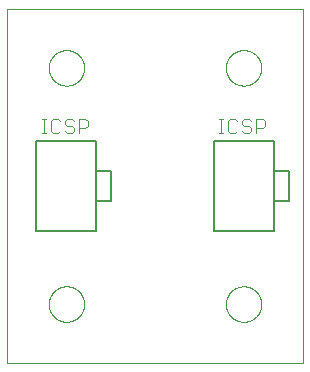
<source format=gto>
G75*
%MOIN*%
%OFA0B0*%
%FSLAX25Y25*%
%IPPOS*%
%LPD*%
%AMOC8*
5,1,8,0,0,1.08239X$1,22.5*
%
%ADD10C,0.00000*%
%ADD11C,0.00500*%
%ADD12C,0.00400*%
D10*
X0001492Y0001492D02*
X0001492Y0119602D01*
X0099917Y0119602D01*
X0099917Y0001492D01*
X0001492Y0001492D01*
X0015271Y0021177D02*
X0015273Y0021330D01*
X0015279Y0021484D01*
X0015289Y0021637D01*
X0015303Y0021789D01*
X0015321Y0021942D01*
X0015343Y0022093D01*
X0015368Y0022244D01*
X0015398Y0022395D01*
X0015432Y0022545D01*
X0015469Y0022693D01*
X0015510Y0022841D01*
X0015555Y0022987D01*
X0015604Y0023133D01*
X0015657Y0023277D01*
X0015713Y0023419D01*
X0015773Y0023560D01*
X0015837Y0023700D01*
X0015904Y0023838D01*
X0015975Y0023974D01*
X0016050Y0024108D01*
X0016127Y0024240D01*
X0016209Y0024370D01*
X0016293Y0024498D01*
X0016381Y0024624D01*
X0016472Y0024747D01*
X0016566Y0024868D01*
X0016664Y0024986D01*
X0016764Y0025102D01*
X0016868Y0025215D01*
X0016974Y0025326D01*
X0017083Y0025434D01*
X0017195Y0025539D01*
X0017309Y0025640D01*
X0017427Y0025739D01*
X0017546Y0025835D01*
X0017668Y0025928D01*
X0017793Y0026017D01*
X0017920Y0026104D01*
X0018049Y0026186D01*
X0018180Y0026266D01*
X0018313Y0026342D01*
X0018448Y0026415D01*
X0018585Y0026484D01*
X0018724Y0026549D01*
X0018864Y0026611D01*
X0019006Y0026669D01*
X0019149Y0026724D01*
X0019294Y0026775D01*
X0019440Y0026822D01*
X0019587Y0026865D01*
X0019735Y0026904D01*
X0019884Y0026940D01*
X0020034Y0026971D01*
X0020185Y0026999D01*
X0020336Y0027023D01*
X0020489Y0027043D01*
X0020641Y0027059D01*
X0020794Y0027071D01*
X0020947Y0027079D01*
X0021100Y0027083D01*
X0021254Y0027083D01*
X0021407Y0027079D01*
X0021560Y0027071D01*
X0021713Y0027059D01*
X0021865Y0027043D01*
X0022018Y0027023D01*
X0022169Y0026999D01*
X0022320Y0026971D01*
X0022470Y0026940D01*
X0022619Y0026904D01*
X0022767Y0026865D01*
X0022914Y0026822D01*
X0023060Y0026775D01*
X0023205Y0026724D01*
X0023348Y0026669D01*
X0023490Y0026611D01*
X0023630Y0026549D01*
X0023769Y0026484D01*
X0023906Y0026415D01*
X0024041Y0026342D01*
X0024174Y0026266D01*
X0024305Y0026186D01*
X0024434Y0026104D01*
X0024561Y0026017D01*
X0024686Y0025928D01*
X0024808Y0025835D01*
X0024927Y0025739D01*
X0025045Y0025640D01*
X0025159Y0025539D01*
X0025271Y0025434D01*
X0025380Y0025326D01*
X0025486Y0025215D01*
X0025590Y0025102D01*
X0025690Y0024986D01*
X0025788Y0024868D01*
X0025882Y0024747D01*
X0025973Y0024624D01*
X0026061Y0024498D01*
X0026145Y0024370D01*
X0026227Y0024240D01*
X0026304Y0024108D01*
X0026379Y0023974D01*
X0026450Y0023838D01*
X0026517Y0023700D01*
X0026581Y0023560D01*
X0026641Y0023419D01*
X0026697Y0023277D01*
X0026750Y0023133D01*
X0026799Y0022987D01*
X0026844Y0022841D01*
X0026885Y0022693D01*
X0026922Y0022545D01*
X0026956Y0022395D01*
X0026986Y0022244D01*
X0027011Y0022093D01*
X0027033Y0021942D01*
X0027051Y0021789D01*
X0027065Y0021637D01*
X0027075Y0021484D01*
X0027081Y0021330D01*
X0027083Y0021177D01*
X0027081Y0021024D01*
X0027075Y0020870D01*
X0027065Y0020717D01*
X0027051Y0020565D01*
X0027033Y0020412D01*
X0027011Y0020261D01*
X0026986Y0020110D01*
X0026956Y0019959D01*
X0026922Y0019809D01*
X0026885Y0019661D01*
X0026844Y0019513D01*
X0026799Y0019367D01*
X0026750Y0019221D01*
X0026697Y0019077D01*
X0026641Y0018935D01*
X0026581Y0018794D01*
X0026517Y0018654D01*
X0026450Y0018516D01*
X0026379Y0018380D01*
X0026304Y0018246D01*
X0026227Y0018114D01*
X0026145Y0017984D01*
X0026061Y0017856D01*
X0025973Y0017730D01*
X0025882Y0017607D01*
X0025788Y0017486D01*
X0025690Y0017368D01*
X0025590Y0017252D01*
X0025486Y0017139D01*
X0025380Y0017028D01*
X0025271Y0016920D01*
X0025159Y0016815D01*
X0025045Y0016714D01*
X0024927Y0016615D01*
X0024808Y0016519D01*
X0024686Y0016426D01*
X0024561Y0016337D01*
X0024434Y0016250D01*
X0024305Y0016168D01*
X0024174Y0016088D01*
X0024041Y0016012D01*
X0023906Y0015939D01*
X0023769Y0015870D01*
X0023630Y0015805D01*
X0023490Y0015743D01*
X0023348Y0015685D01*
X0023205Y0015630D01*
X0023060Y0015579D01*
X0022914Y0015532D01*
X0022767Y0015489D01*
X0022619Y0015450D01*
X0022470Y0015414D01*
X0022320Y0015383D01*
X0022169Y0015355D01*
X0022018Y0015331D01*
X0021865Y0015311D01*
X0021713Y0015295D01*
X0021560Y0015283D01*
X0021407Y0015275D01*
X0021254Y0015271D01*
X0021100Y0015271D01*
X0020947Y0015275D01*
X0020794Y0015283D01*
X0020641Y0015295D01*
X0020489Y0015311D01*
X0020336Y0015331D01*
X0020185Y0015355D01*
X0020034Y0015383D01*
X0019884Y0015414D01*
X0019735Y0015450D01*
X0019587Y0015489D01*
X0019440Y0015532D01*
X0019294Y0015579D01*
X0019149Y0015630D01*
X0019006Y0015685D01*
X0018864Y0015743D01*
X0018724Y0015805D01*
X0018585Y0015870D01*
X0018448Y0015939D01*
X0018313Y0016012D01*
X0018180Y0016088D01*
X0018049Y0016168D01*
X0017920Y0016250D01*
X0017793Y0016337D01*
X0017668Y0016426D01*
X0017546Y0016519D01*
X0017427Y0016615D01*
X0017309Y0016714D01*
X0017195Y0016815D01*
X0017083Y0016920D01*
X0016974Y0017028D01*
X0016868Y0017139D01*
X0016764Y0017252D01*
X0016664Y0017368D01*
X0016566Y0017486D01*
X0016472Y0017607D01*
X0016381Y0017730D01*
X0016293Y0017856D01*
X0016209Y0017984D01*
X0016127Y0018114D01*
X0016050Y0018246D01*
X0015975Y0018380D01*
X0015904Y0018516D01*
X0015837Y0018654D01*
X0015773Y0018794D01*
X0015713Y0018935D01*
X0015657Y0019077D01*
X0015604Y0019221D01*
X0015555Y0019367D01*
X0015510Y0019513D01*
X0015469Y0019661D01*
X0015432Y0019809D01*
X0015398Y0019959D01*
X0015368Y0020110D01*
X0015343Y0020261D01*
X0015321Y0020412D01*
X0015303Y0020565D01*
X0015289Y0020717D01*
X0015279Y0020870D01*
X0015273Y0021024D01*
X0015271Y0021177D01*
X0074326Y0021177D02*
X0074328Y0021330D01*
X0074334Y0021484D01*
X0074344Y0021637D01*
X0074358Y0021789D01*
X0074376Y0021942D01*
X0074398Y0022093D01*
X0074423Y0022244D01*
X0074453Y0022395D01*
X0074487Y0022545D01*
X0074524Y0022693D01*
X0074565Y0022841D01*
X0074610Y0022987D01*
X0074659Y0023133D01*
X0074712Y0023277D01*
X0074768Y0023419D01*
X0074828Y0023560D01*
X0074892Y0023700D01*
X0074959Y0023838D01*
X0075030Y0023974D01*
X0075105Y0024108D01*
X0075182Y0024240D01*
X0075264Y0024370D01*
X0075348Y0024498D01*
X0075436Y0024624D01*
X0075527Y0024747D01*
X0075621Y0024868D01*
X0075719Y0024986D01*
X0075819Y0025102D01*
X0075923Y0025215D01*
X0076029Y0025326D01*
X0076138Y0025434D01*
X0076250Y0025539D01*
X0076364Y0025640D01*
X0076482Y0025739D01*
X0076601Y0025835D01*
X0076723Y0025928D01*
X0076848Y0026017D01*
X0076975Y0026104D01*
X0077104Y0026186D01*
X0077235Y0026266D01*
X0077368Y0026342D01*
X0077503Y0026415D01*
X0077640Y0026484D01*
X0077779Y0026549D01*
X0077919Y0026611D01*
X0078061Y0026669D01*
X0078204Y0026724D01*
X0078349Y0026775D01*
X0078495Y0026822D01*
X0078642Y0026865D01*
X0078790Y0026904D01*
X0078939Y0026940D01*
X0079089Y0026971D01*
X0079240Y0026999D01*
X0079391Y0027023D01*
X0079544Y0027043D01*
X0079696Y0027059D01*
X0079849Y0027071D01*
X0080002Y0027079D01*
X0080155Y0027083D01*
X0080309Y0027083D01*
X0080462Y0027079D01*
X0080615Y0027071D01*
X0080768Y0027059D01*
X0080920Y0027043D01*
X0081073Y0027023D01*
X0081224Y0026999D01*
X0081375Y0026971D01*
X0081525Y0026940D01*
X0081674Y0026904D01*
X0081822Y0026865D01*
X0081969Y0026822D01*
X0082115Y0026775D01*
X0082260Y0026724D01*
X0082403Y0026669D01*
X0082545Y0026611D01*
X0082685Y0026549D01*
X0082824Y0026484D01*
X0082961Y0026415D01*
X0083096Y0026342D01*
X0083229Y0026266D01*
X0083360Y0026186D01*
X0083489Y0026104D01*
X0083616Y0026017D01*
X0083741Y0025928D01*
X0083863Y0025835D01*
X0083982Y0025739D01*
X0084100Y0025640D01*
X0084214Y0025539D01*
X0084326Y0025434D01*
X0084435Y0025326D01*
X0084541Y0025215D01*
X0084645Y0025102D01*
X0084745Y0024986D01*
X0084843Y0024868D01*
X0084937Y0024747D01*
X0085028Y0024624D01*
X0085116Y0024498D01*
X0085200Y0024370D01*
X0085282Y0024240D01*
X0085359Y0024108D01*
X0085434Y0023974D01*
X0085505Y0023838D01*
X0085572Y0023700D01*
X0085636Y0023560D01*
X0085696Y0023419D01*
X0085752Y0023277D01*
X0085805Y0023133D01*
X0085854Y0022987D01*
X0085899Y0022841D01*
X0085940Y0022693D01*
X0085977Y0022545D01*
X0086011Y0022395D01*
X0086041Y0022244D01*
X0086066Y0022093D01*
X0086088Y0021942D01*
X0086106Y0021789D01*
X0086120Y0021637D01*
X0086130Y0021484D01*
X0086136Y0021330D01*
X0086138Y0021177D01*
X0086136Y0021024D01*
X0086130Y0020870D01*
X0086120Y0020717D01*
X0086106Y0020565D01*
X0086088Y0020412D01*
X0086066Y0020261D01*
X0086041Y0020110D01*
X0086011Y0019959D01*
X0085977Y0019809D01*
X0085940Y0019661D01*
X0085899Y0019513D01*
X0085854Y0019367D01*
X0085805Y0019221D01*
X0085752Y0019077D01*
X0085696Y0018935D01*
X0085636Y0018794D01*
X0085572Y0018654D01*
X0085505Y0018516D01*
X0085434Y0018380D01*
X0085359Y0018246D01*
X0085282Y0018114D01*
X0085200Y0017984D01*
X0085116Y0017856D01*
X0085028Y0017730D01*
X0084937Y0017607D01*
X0084843Y0017486D01*
X0084745Y0017368D01*
X0084645Y0017252D01*
X0084541Y0017139D01*
X0084435Y0017028D01*
X0084326Y0016920D01*
X0084214Y0016815D01*
X0084100Y0016714D01*
X0083982Y0016615D01*
X0083863Y0016519D01*
X0083741Y0016426D01*
X0083616Y0016337D01*
X0083489Y0016250D01*
X0083360Y0016168D01*
X0083229Y0016088D01*
X0083096Y0016012D01*
X0082961Y0015939D01*
X0082824Y0015870D01*
X0082685Y0015805D01*
X0082545Y0015743D01*
X0082403Y0015685D01*
X0082260Y0015630D01*
X0082115Y0015579D01*
X0081969Y0015532D01*
X0081822Y0015489D01*
X0081674Y0015450D01*
X0081525Y0015414D01*
X0081375Y0015383D01*
X0081224Y0015355D01*
X0081073Y0015331D01*
X0080920Y0015311D01*
X0080768Y0015295D01*
X0080615Y0015283D01*
X0080462Y0015275D01*
X0080309Y0015271D01*
X0080155Y0015271D01*
X0080002Y0015275D01*
X0079849Y0015283D01*
X0079696Y0015295D01*
X0079544Y0015311D01*
X0079391Y0015331D01*
X0079240Y0015355D01*
X0079089Y0015383D01*
X0078939Y0015414D01*
X0078790Y0015450D01*
X0078642Y0015489D01*
X0078495Y0015532D01*
X0078349Y0015579D01*
X0078204Y0015630D01*
X0078061Y0015685D01*
X0077919Y0015743D01*
X0077779Y0015805D01*
X0077640Y0015870D01*
X0077503Y0015939D01*
X0077368Y0016012D01*
X0077235Y0016088D01*
X0077104Y0016168D01*
X0076975Y0016250D01*
X0076848Y0016337D01*
X0076723Y0016426D01*
X0076601Y0016519D01*
X0076482Y0016615D01*
X0076364Y0016714D01*
X0076250Y0016815D01*
X0076138Y0016920D01*
X0076029Y0017028D01*
X0075923Y0017139D01*
X0075819Y0017252D01*
X0075719Y0017368D01*
X0075621Y0017486D01*
X0075527Y0017607D01*
X0075436Y0017730D01*
X0075348Y0017856D01*
X0075264Y0017984D01*
X0075182Y0018114D01*
X0075105Y0018246D01*
X0075030Y0018380D01*
X0074959Y0018516D01*
X0074892Y0018654D01*
X0074828Y0018794D01*
X0074768Y0018935D01*
X0074712Y0019077D01*
X0074659Y0019221D01*
X0074610Y0019367D01*
X0074565Y0019513D01*
X0074524Y0019661D01*
X0074487Y0019809D01*
X0074453Y0019959D01*
X0074423Y0020110D01*
X0074398Y0020261D01*
X0074376Y0020412D01*
X0074358Y0020565D01*
X0074344Y0020717D01*
X0074334Y0020870D01*
X0074328Y0021024D01*
X0074326Y0021177D01*
X0074326Y0099917D02*
X0074328Y0100070D01*
X0074334Y0100224D01*
X0074344Y0100377D01*
X0074358Y0100529D01*
X0074376Y0100682D01*
X0074398Y0100833D01*
X0074423Y0100984D01*
X0074453Y0101135D01*
X0074487Y0101285D01*
X0074524Y0101433D01*
X0074565Y0101581D01*
X0074610Y0101727D01*
X0074659Y0101873D01*
X0074712Y0102017D01*
X0074768Y0102159D01*
X0074828Y0102300D01*
X0074892Y0102440D01*
X0074959Y0102578D01*
X0075030Y0102714D01*
X0075105Y0102848D01*
X0075182Y0102980D01*
X0075264Y0103110D01*
X0075348Y0103238D01*
X0075436Y0103364D01*
X0075527Y0103487D01*
X0075621Y0103608D01*
X0075719Y0103726D01*
X0075819Y0103842D01*
X0075923Y0103955D01*
X0076029Y0104066D01*
X0076138Y0104174D01*
X0076250Y0104279D01*
X0076364Y0104380D01*
X0076482Y0104479D01*
X0076601Y0104575D01*
X0076723Y0104668D01*
X0076848Y0104757D01*
X0076975Y0104844D01*
X0077104Y0104926D01*
X0077235Y0105006D01*
X0077368Y0105082D01*
X0077503Y0105155D01*
X0077640Y0105224D01*
X0077779Y0105289D01*
X0077919Y0105351D01*
X0078061Y0105409D01*
X0078204Y0105464D01*
X0078349Y0105515D01*
X0078495Y0105562D01*
X0078642Y0105605D01*
X0078790Y0105644D01*
X0078939Y0105680D01*
X0079089Y0105711D01*
X0079240Y0105739D01*
X0079391Y0105763D01*
X0079544Y0105783D01*
X0079696Y0105799D01*
X0079849Y0105811D01*
X0080002Y0105819D01*
X0080155Y0105823D01*
X0080309Y0105823D01*
X0080462Y0105819D01*
X0080615Y0105811D01*
X0080768Y0105799D01*
X0080920Y0105783D01*
X0081073Y0105763D01*
X0081224Y0105739D01*
X0081375Y0105711D01*
X0081525Y0105680D01*
X0081674Y0105644D01*
X0081822Y0105605D01*
X0081969Y0105562D01*
X0082115Y0105515D01*
X0082260Y0105464D01*
X0082403Y0105409D01*
X0082545Y0105351D01*
X0082685Y0105289D01*
X0082824Y0105224D01*
X0082961Y0105155D01*
X0083096Y0105082D01*
X0083229Y0105006D01*
X0083360Y0104926D01*
X0083489Y0104844D01*
X0083616Y0104757D01*
X0083741Y0104668D01*
X0083863Y0104575D01*
X0083982Y0104479D01*
X0084100Y0104380D01*
X0084214Y0104279D01*
X0084326Y0104174D01*
X0084435Y0104066D01*
X0084541Y0103955D01*
X0084645Y0103842D01*
X0084745Y0103726D01*
X0084843Y0103608D01*
X0084937Y0103487D01*
X0085028Y0103364D01*
X0085116Y0103238D01*
X0085200Y0103110D01*
X0085282Y0102980D01*
X0085359Y0102848D01*
X0085434Y0102714D01*
X0085505Y0102578D01*
X0085572Y0102440D01*
X0085636Y0102300D01*
X0085696Y0102159D01*
X0085752Y0102017D01*
X0085805Y0101873D01*
X0085854Y0101727D01*
X0085899Y0101581D01*
X0085940Y0101433D01*
X0085977Y0101285D01*
X0086011Y0101135D01*
X0086041Y0100984D01*
X0086066Y0100833D01*
X0086088Y0100682D01*
X0086106Y0100529D01*
X0086120Y0100377D01*
X0086130Y0100224D01*
X0086136Y0100070D01*
X0086138Y0099917D01*
X0086136Y0099764D01*
X0086130Y0099610D01*
X0086120Y0099457D01*
X0086106Y0099305D01*
X0086088Y0099152D01*
X0086066Y0099001D01*
X0086041Y0098850D01*
X0086011Y0098699D01*
X0085977Y0098549D01*
X0085940Y0098401D01*
X0085899Y0098253D01*
X0085854Y0098107D01*
X0085805Y0097961D01*
X0085752Y0097817D01*
X0085696Y0097675D01*
X0085636Y0097534D01*
X0085572Y0097394D01*
X0085505Y0097256D01*
X0085434Y0097120D01*
X0085359Y0096986D01*
X0085282Y0096854D01*
X0085200Y0096724D01*
X0085116Y0096596D01*
X0085028Y0096470D01*
X0084937Y0096347D01*
X0084843Y0096226D01*
X0084745Y0096108D01*
X0084645Y0095992D01*
X0084541Y0095879D01*
X0084435Y0095768D01*
X0084326Y0095660D01*
X0084214Y0095555D01*
X0084100Y0095454D01*
X0083982Y0095355D01*
X0083863Y0095259D01*
X0083741Y0095166D01*
X0083616Y0095077D01*
X0083489Y0094990D01*
X0083360Y0094908D01*
X0083229Y0094828D01*
X0083096Y0094752D01*
X0082961Y0094679D01*
X0082824Y0094610D01*
X0082685Y0094545D01*
X0082545Y0094483D01*
X0082403Y0094425D01*
X0082260Y0094370D01*
X0082115Y0094319D01*
X0081969Y0094272D01*
X0081822Y0094229D01*
X0081674Y0094190D01*
X0081525Y0094154D01*
X0081375Y0094123D01*
X0081224Y0094095D01*
X0081073Y0094071D01*
X0080920Y0094051D01*
X0080768Y0094035D01*
X0080615Y0094023D01*
X0080462Y0094015D01*
X0080309Y0094011D01*
X0080155Y0094011D01*
X0080002Y0094015D01*
X0079849Y0094023D01*
X0079696Y0094035D01*
X0079544Y0094051D01*
X0079391Y0094071D01*
X0079240Y0094095D01*
X0079089Y0094123D01*
X0078939Y0094154D01*
X0078790Y0094190D01*
X0078642Y0094229D01*
X0078495Y0094272D01*
X0078349Y0094319D01*
X0078204Y0094370D01*
X0078061Y0094425D01*
X0077919Y0094483D01*
X0077779Y0094545D01*
X0077640Y0094610D01*
X0077503Y0094679D01*
X0077368Y0094752D01*
X0077235Y0094828D01*
X0077104Y0094908D01*
X0076975Y0094990D01*
X0076848Y0095077D01*
X0076723Y0095166D01*
X0076601Y0095259D01*
X0076482Y0095355D01*
X0076364Y0095454D01*
X0076250Y0095555D01*
X0076138Y0095660D01*
X0076029Y0095768D01*
X0075923Y0095879D01*
X0075819Y0095992D01*
X0075719Y0096108D01*
X0075621Y0096226D01*
X0075527Y0096347D01*
X0075436Y0096470D01*
X0075348Y0096596D01*
X0075264Y0096724D01*
X0075182Y0096854D01*
X0075105Y0096986D01*
X0075030Y0097120D01*
X0074959Y0097256D01*
X0074892Y0097394D01*
X0074828Y0097534D01*
X0074768Y0097675D01*
X0074712Y0097817D01*
X0074659Y0097961D01*
X0074610Y0098107D01*
X0074565Y0098253D01*
X0074524Y0098401D01*
X0074487Y0098549D01*
X0074453Y0098699D01*
X0074423Y0098850D01*
X0074398Y0099001D01*
X0074376Y0099152D01*
X0074358Y0099305D01*
X0074344Y0099457D01*
X0074334Y0099610D01*
X0074328Y0099764D01*
X0074326Y0099917D01*
X0015271Y0099917D02*
X0015273Y0100070D01*
X0015279Y0100224D01*
X0015289Y0100377D01*
X0015303Y0100529D01*
X0015321Y0100682D01*
X0015343Y0100833D01*
X0015368Y0100984D01*
X0015398Y0101135D01*
X0015432Y0101285D01*
X0015469Y0101433D01*
X0015510Y0101581D01*
X0015555Y0101727D01*
X0015604Y0101873D01*
X0015657Y0102017D01*
X0015713Y0102159D01*
X0015773Y0102300D01*
X0015837Y0102440D01*
X0015904Y0102578D01*
X0015975Y0102714D01*
X0016050Y0102848D01*
X0016127Y0102980D01*
X0016209Y0103110D01*
X0016293Y0103238D01*
X0016381Y0103364D01*
X0016472Y0103487D01*
X0016566Y0103608D01*
X0016664Y0103726D01*
X0016764Y0103842D01*
X0016868Y0103955D01*
X0016974Y0104066D01*
X0017083Y0104174D01*
X0017195Y0104279D01*
X0017309Y0104380D01*
X0017427Y0104479D01*
X0017546Y0104575D01*
X0017668Y0104668D01*
X0017793Y0104757D01*
X0017920Y0104844D01*
X0018049Y0104926D01*
X0018180Y0105006D01*
X0018313Y0105082D01*
X0018448Y0105155D01*
X0018585Y0105224D01*
X0018724Y0105289D01*
X0018864Y0105351D01*
X0019006Y0105409D01*
X0019149Y0105464D01*
X0019294Y0105515D01*
X0019440Y0105562D01*
X0019587Y0105605D01*
X0019735Y0105644D01*
X0019884Y0105680D01*
X0020034Y0105711D01*
X0020185Y0105739D01*
X0020336Y0105763D01*
X0020489Y0105783D01*
X0020641Y0105799D01*
X0020794Y0105811D01*
X0020947Y0105819D01*
X0021100Y0105823D01*
X0021254Y0105823D01*
X0021407Y0105819D01*
X0021560Y0105811D01*
X0021713Y0105799D01*
X0021865Y0105783D01*
X0022018Y0105763D01*
X0022169Y0105739D01*
X0022320Y0105711D01*
X0022470Y0105680D01*
X0022619Y0105644D01*
X0022767Y0105605D01*
X0022914Y0105562D01*
X0023060Y0105515D01*
X0023205Y0105464D01*
X0023348Y0105409D01*
X0023490Y0105351D01*
X0023630Y0105289D01*
X0023769Y0105224D01*
X0023906Y0105155D01*
X0024041Y0105082D01*
X0024174Y0105006D01*
X0024305Y0104926D01*
X0024434Y0104844D01*
X0024561Y0104757D01*
X0024686Y0104668D01*
X0024808Y0104575D01*
X0024927Y0104479D01*
X0025045Y0104380D01*
X0025159Y0104279D01*
X0025271Y0104174D01*
X0025380Y0104066D01*
X0025486Y0103955D01*
X0025590Y0103842D01*
X0025690Y0103726D01*
X0025788Y0103608D01*
X0025882Y0103487D01*
X0025973Y0103364D01*
X0026061Y0103238D01*
X0026145Y0103110D01*
X0026227Y0102980D01*
X0026304Y0102848D01*
X0026379Y0102714D01*
X0026450Y0102578D01*
X0026517Y0102440D01*
X0026581Y0102300D01*
X0026641Y0102159D01*
X0026697Y0102017D01*
X0026750Y0101873D01*
X0026799Y0101727D01*
X0026844Y0101581D01*
X0026885Y0101433D01*
X0026922Y0101285D01*
X0026956Y0101135D01*
X0026986Y0100984D01*
X0027011Y0100833D01*
X0027033Y0100682D01*
X0027051Y0100529D01*
X0027065Y0100377D01*
X0027075Y0100224D01*
X0027081Y0100070D01*
X0027083Y0099917D01*
X0027081Y0099764D01*
X0027075Y0099610D01*
X0027065Y0099457D01*
X0027051Y0099305D01*
X0027033Y0099152D01*
X0027011Y0099001D01*
X0026986Y0098850D01*
X0026956Y0098699D01*
X0026922Y0098549D01*
X0026885Y0098401D01*
X0026844Y0098253D01*
X0026799Y0098107D01*
X0026750Y0097961D01*
X0026697Y0097817D01*
X0026641Y0097675D01*
X0026581Y0097534D01*
X0026517Y0097394D01*
X0026450Y0097256D01*
X0026379Y0097120D01*
X0026304Y0096986D01*
X0026227Y0096854D01*
X0026145Y0096724D01*
X0026061Y0096596D01*
X0025973Y0096470D01*
X0025882Y0096347D01*
X0025788Y0096226D01*
X0025690Y0096108D01*
X0025590Y0095992D01*
X0025486Y0095879D01*
X0025380Y0095768D01*
X0025271Y0095660D01*
X0025159Y0095555D01*
X0025045Y0095454D01*
X0024927Y0095355D01*
X0024808Y0095259D01*
X0024686Y0095166D01*
X0024561Y0095077D01*
X0024434Y0094990D01*
X0024305Y0094908D01*
X0024174Y0094828D01*
X0024041Y0094752D01*
X0023906Y0094679D01*
X0023769Y0094610D01*
X0023630Y0094545D01*
X0023490Y0094483D01*
X0023348Y0094425D01*
X0023205Y0094370D01*
X0023060Y0094319D01*
X0022914Y0094272D01*
X0022767Y0094229D01*
X0022619Y0094190D01*
X0022470Y0094154D01*
X0022320Y0094123D01*
X0022169Y0094095D01*
X0022018Y0094071D01*
X0021865Y0094051D01*
X0021713Y0094035D01*
X0021560Y0094023D01*
X0021407Y0094015D01*
X0021254Y0094011D01*
X0021100Y0094011D01*
X0020947Y0094015D01*
X0020794Y0094023D01*
X0020641Y0094035D01*
X0020489Y0094051D01*
X0020336Y0094071D01*
X0020185Y0094095D01*
X0020034Y0094123D01*
X0019884Y0094154D01*
X0019735Y0094190D01*
X0019587Y0094229D01*
X0019440Y0094272D01*
X0019294Y0094319D01*
X0019149Y0094370D01*
X0019006Y0094425D01*
X0018864Y0094483D01*
X0018724Y0094545D01*
X0018585Y0094610D01*
X0018448Y0094679D01*
X0018313Y0094752D01*
X0018180Y0094828D01*
X0018049Y0094908D01*
X0017920Y0094990D01*
X0017793Y0095077D01*
X0017668Y0095166D01*
X0017546Y0095259D01*
X0017427Y0095355D01*
X0017309Y0095454D01*
X0017195Y0095555D01*
X0017083Y0095660D01*
X0016974Y0095768D01*
X0016868Y0095879D01*
X0016764Y0095992D01*
X0016664Y0096108D01*
X0016566Y0096226D01*
X0016472Y0096347D01*
X0016381Y0096470D01*
X0016293Y0096596D01*
X0016209Y0096724D01*
X0016127Y0096854D01*
X0016050Y0096986D01*
X0015975Y0097120D01*
X0015904Y0097256D01*
X0015837Y0097394D01*
X0015773Y0097534D01*
X0015713Y0097675D01*
X0015657Y0097817D01*
X0015604Y0097961D01*
X0015555Y0098107D01*
X0015510Y0098253D01*
X0015469Y0098401D01*
X0015432Y0098549D01*
X0015398Y0098699D01*
X0015368Y0098850D01*
X0015343Y0099001D01*
X0015321Y0099152D01*
X0015303Y0099305D01*
X0015289Y0099457D01*
X0015279Y0099610D01*
X0015273Y0099764D01*
X0015271Y0099917D01*
D11*
X0011177Y0075547D02*
X0031177Y0075547D01*
X0031177Y0065547D01*
X0036177Y0065547D01*
X0036177Y0055547D01*
X0031177Y0055547D01*
X0031177Y0045547D01*
X0011177Y0045547D01*
X0011177Y0075547D01*
X0031177Y0065547D02*
X0031177Y0055547D01*
X0070232Y0045547D02*
X0070232Y0075547D01*
X0090232Y0075547D01*
X0090232Y0065547D01*
X0095232Y0065547D01*
X0095232Y0055547D01*
X0090232Y0055547D01*
X0090232Y0045547D01*
X0070232Y0045547D01*
X0090232Y0055547D02*
X0090232Y0065547D01*
D12*
X0084269Y0078247D02*
X0084269Y0082851D01*
X0086571Y0082851D01*
X0087338Y0082084D01*
X0087338Y0080549D01*
X0086571Y0079782D01*
X0084269Y0079782D01*
X0082734Y0079782D02*
X0082734Y0079015D01*
X0081967Y0078247D01*
X0080432Y0078247D01*
X0079665Y0079015D01*
X0078130Y0079015D02*
X0077363Y0078247D01*
X0075828Y0078247D01*
X0075061Y0079015D01*
X0075061Y0082084D01*
X0075828Y0082851D01*
X0077363Y0082851D01*
X0078130Y0082084D01*
X0079665Y0082084D02*
X0079665Y0081317D01*
X0080432Y0080549D01*
X0081967Y0080549D01*
X0082734Y0079782D01*
X0082734Y0082084D02*
X0081967Y0082851D01*
X0080432Y0082851D01*
X0079665Y0082084D01*
X0073526Y0082851D02*
X0071992Y0082851D01*
X0072759Y0082851D02*
X0072759Y0078247D01*
X0071992Y0078247D02*
X0073526Y0078247D01*
X0028283Y0080549D02*
X0027516Y0079782D01*
X0025214Y0079782D01*
X0025214Y0078247D02*
X0025214Y0082851D01*
X0027516Y0082851D01*
X0028283Y0082084D01*
X0028283Y0080549D01*
X0023679Y0079782D02*
X0023679Y0079015D01*
X0022912Y0078247D01*
X0021377Y0078247D01*
X0020610Y0079015D01*
X0021377Y0080549D02*
X0022912Y0080549D01*
X0023679Y0079782D01*
X0023679Y0082084D02*
X0022912Y0082851D01*
X0021377Y0082851D01*
X0020610Y0082084D01*
X0020610Y0081317D01*
X0021377Y0080549D01*
X0019075Y0079015D02*
X0018308Y0078247D01*
X0016773Y0078247D01*
X0016006Y0079015D01*
X0016006Y0082084D01*
X0016773Y0082851D01*
X0018308Y0082851D01*
X0019075Y0082084D01*
X0014471Y0082851D02*
X0012937Y0082851D01*
X0013704Y0082851D02*
X0013704Y0078247D01*
X0012937Y0078247D02*
X0014471Y0078247D01*
M02*

</source>
